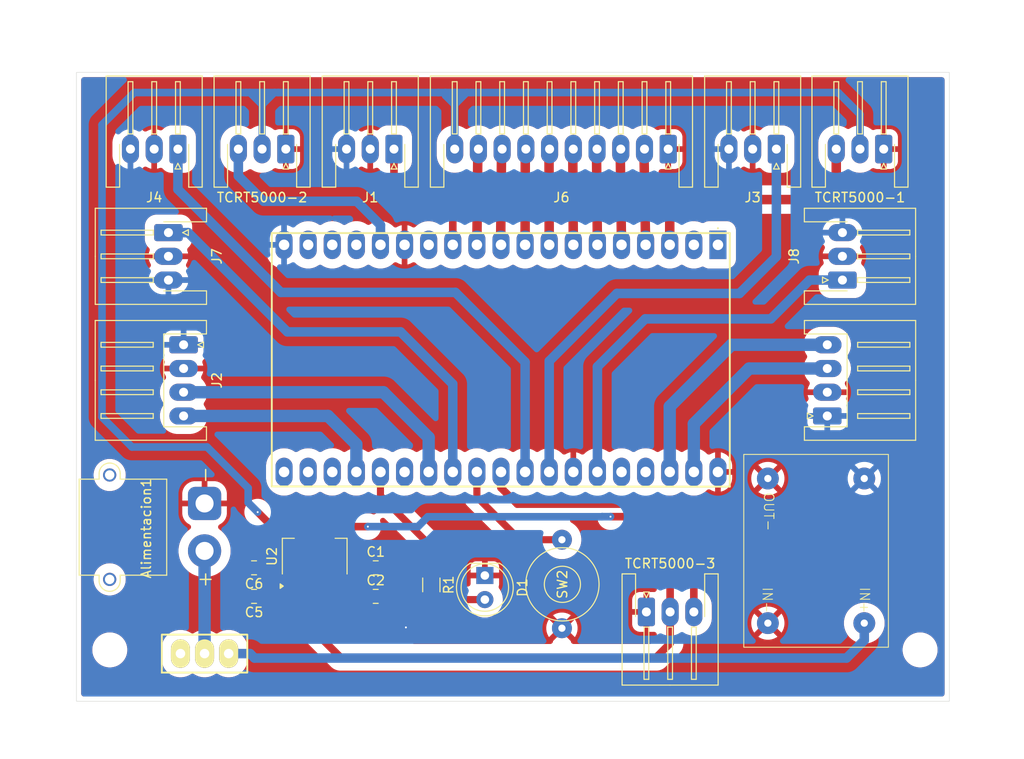
<source format=kicad_pcb>
(kicad_pcb (version 20241229) (generator "pcbnew") (generator_version "9.0")
  (layers (0 "F.Cu" signal) (2 "B.Cu" signal) (13 "F.Paste" user) (15 "B.Paste" user) (5 "F.SilkS" user "F.Silkscreen") (7 "B.SilkS" user "B.Silkscreen") (1 "F.Mask" user) (3 "B.Mask" user) (25 "Edge.Cuts" user))
  (net 0 "")
  (net 1 "+5V")
  (net 2 "INB2")
  (net 3 "INA2")
  (net 4 "INA1")
  (net 5 "INB1")
  (net 6 "D8")
  (net 8 "D3")
  (net 9 "D1")
  (net 12 "D7")
  (net 13 "D4")
  (net 14 "D6")
  (net 15 "SW")
  (net 16 "S4")
  (net 18 "S3")
  (net 19 "D2")
  (net 20 "D5")
  (net 21 "S2")
  (net 23 "LED")
  (net 30 "3v3")
  (net 32 "S1")
  (net 33 "7.4V")
  (net 34 "S5")
  (net 35 "T1")
  (net 36 "T2")
  (net 37 "T3")
  (net 38 "Net-(D1-A)")
  (net 39 "VIN")
  (net 40 "GND")
  (footprint "Capacitor_SMD:C_0805_2012Metric" (layer "F.Cu") (at 72.57 100.98 180)
    (property "Reference" "C6" (at 0 -1.68 0) (layer "F.SilkS"))
    (property "Value" "10uF")
    (pad "1" smd roundrect (at -0.95 0 180) (size 1 1.45) (layers "F.Cu" "F.Mask" "F.Paste") (net 30 "3v3"))
    (pad "2" smd roundrect (at 0.95 0 180) (size 1 1.45) (layers "F.Cu" "F.Mask" "F.Paste") (net 40 "GND"))
  )
  (footprint "MacroLib:Button" (layer "F.Cu") (at 105.01 102.72 -90)
    (property "Reference" "SW2" (at 0 -0.05 270) (layer "F.SilkS"))
    (property "Value" "BOTON")
    (pad "1" thru_hole circle (at -4.7 0 270) (size 2.1 2.1) (drill 0.762) (layers "*.Cu" "*.Mask") (net 15 "SW"))
    (pad "2" thru_hole circle (at 4.625 0 270) (size 2.1 2.1) (drill 0.762) (layers "*.Cu" "*.Mask") (net 40 "GND"))
  )
  (footprint "Connector_JST:JST_XH_S10B-XH-A-1_1x10_P2.50mm_Horizontal" (layer "F.Cu") (at 116.21 56.86 180)
    (property "Reference" "J6" (at 11.25 -5.1 0) (layer "F.SilkS"))
    (property "Value" "QTR8A")
    (pad "1" thru_hole roundrect (at 0 0 180) (size 1.8 3) (drill 0.95) (layers "*.Cu" "*.Mask") (roundrect_rratio 0.147059) (net 40 "GND"))
    (pad "3" thru_hole oval (at 2.5 0 180) (size 1.8 3) (drill 0.95) (layers "*.Cu" "*.Mask") (net 9 "D1"))
    (pad "4" thru_hole oval (at 5 0 180) (size 1.8 3) (drill 0.95) (layers "*.Cu" "*.Mask") (net 19 "D2"))
    (pad "5" thru_hole oval (at 7.5 0 180) (size 1.8 3) (drill 0.95) (layers "*.Cu" "*.Mask") (net 8 "D3"))
    (pad "6" thru_hole oval (at 10 0 180) (size 1.8 3) (drill 0.95) (layers "*.Cu" "*.Mask") (net 13 "D4"))
    (pad "7" thru_hole oval (at 12.5 0 180) (size 1.8 3) (drill 0.95) (layers "*.Cu" "*.Mask") (net 20 "D5"))
    (pad "8" thru_hole oval (at 15 0 180) (size 1.8 3) (drill 0.95) (layers "*.Cu" "*.Mask") (net 14 "D6"))
    (pad "9" thru_hole oval (at 17.5 0 180) (size 1.8 3) (drill 0.95) (layers "*.Cu" "*.Mask") (net 12 "D7"))
    (pad "10" thru_hole oval (at 20 0 180) (size 1.8 3) (drill 0.95) (layers "*.Cu" "*.Mask") (net 6 "D8"))
    (pad "11" thru_hole oval (at 22.5 0 180) (size 1.8 3) (drill 0.95) (layers "*.Cu" "*.Mask") (net 30 "3v3"))
  )
  (footprint "huellas Trejo:switch smd" (layer "F.Cu") (at 64.815 112.56 90)
    (property "Reference" "SW1" (hide yes))
    (property "Value" "SW_DPST_x2" (hide yes))
    (pad "1" thru_hole oval (at 2.54 5.08) (size 2 3) (drill 1) (layers "*.Cu" "*.Mask" "F.SilkS") (net 39 "VIN"))
    (pad "2" thru_hole oval (at 2.54 2.54) (size 2 3) (drill 1) (layers "*.Cu" "*.Mask" "F.SilkS") (net 33 "7.4V"))
    (pad "3" thru_hole oval (at 2.54 0) (size 2 3) (drill 1) (layers "*.Cu" "*.Mask" "F.SilkS"))
  )
  (footprint "Connector_JST:JST_XH_S3B-XH-A-1_1x03_P2.50mm_Horizontal" (layer "F.Cu") (at 64.546667 56.86 180)
    (property "Reference" "J4" (at 2.5 -5.1 180) (layer "F.SilkS"))
    (property "Value" "SHARP 3")
    (pad "1" thru_hole roundrect (at 0 0 180) (size 1.8 3) (drill 0.95) (layers "*.Cu" "*.Mask") (roundrect_rratio 0.147059) (net 18 "S3"))
    (pad "2" thru_hole oval (at 2.5 0 180) (size 1.8 3) (drill 0.95) (layers "*.Cu" "*.Mask") (net 40 "GND"))
    (pad "3" thru_hole oval (at 5 0 180) (size 1.8 3) (drill 0.95) (layers "*.Cu" "*.Mask") (net 1 "+5V"))
  )
  (footprint "Capacitor_SMD:C_0805_2012Metric" (layer "F.Cu") (at 85.39 103.99)
    (property "Reference" "C2" (at 0 -1.68 0) (layer "F.SilkS"))
    (property "Value" "100nF")
    (pad "1" smd roundrect (at -0.95 0) (size 1 1.45) (layers "F.Cu" "F.Mask" "F.Paste") (net 1 "+5V"))
    (pad "2" smd roundrect (at 0.95 0) (size 1 1.45) (layers "F.Cu" "F.Mask" "F.Paste") (net 40 "GND"))
  )
  (footprint "Connector_JST:JST_XH_S4B-XH-A_1x04_P2.50mm_Horizontal" (layer "F.Cu") (at 65.145 77.48 -90)
    (property "Reference" "J2" (at 3.75 -3.51 90) (layer "F.SilkS"))
    (property "Value" "BTS-1")
    (pad "1" thru_hole roundrect (at 0 0 270) (size 1.8 3) (drill 0.95) (layers "*.Cu" "*.Mask") (roundrect_rratio 0.147059) (net 1 "+5V"))
    (pad "2" thru_hole oval (at 2.5 0 270) (size 1.8 3) (drill 0.95) (layers "*.Cu" "*.Mask") (net 40 "GND"))
    (pad "3" thru_hole oval (at 5 0 270) (size 1.8 3) (drill 0.95) (layers "*.Cu" "*.Mask") (net 4 "INA1"))
    (pad "4" thru_hole oval (at 7.5 0 270) (size 1.8 3) (drill 0.95) (layers "*.Cu" "*.Mask") (net 5 "INB1"))
  )
  (footprint "Connector_JST:JST_XH_S3B-XH-A-1_1x03_P2.50mm_Horizontal" (layer "F.Cu") (at 113.91 105.63)
    (property "Reference" "TCRT5000-3" (at 2.5 -5.1 0) (layer "F.SilkS"))
    (property "Value" "~")
    (pad "1" thru_hole roundrect (at 0 0) (size 1.8 3) (drill 0.95) (layers "*.Cu" "*.Mask") (roundrect_rratio 0.147059) (net 40 "GND"))
    (pad "2" thru_hole oval (at 2.5 0) (size 1.8 3) (drill 0.95) (layers "*.Cu" "*.Mask") (net 30 "3v3"))
    (pad "3" thru_hole oval (at 5 0) (size 1.8 3) (drill 0.95) (layers "*.Cu" "*.Mask") (net 37 "T3"))
  )
  (footprint "MountingHole:MountingHole_3.2mm_M3_DIN965" (layer "F.Cu") (at 57.37 109.63)
    (property "Reference" "H1" (hide yes))
    (property "Value" "MountingHole" (hide yes))
    (pad "" np_thru_hole circle (at 0 0) (size 3.2 3.2) (drill 3.2) (layers "*.Cu" "*.Mask"))
  )
  (footprint "Package_TO_SOT_SMD:SOT-223-3_TabPin2" (layer "F.Cu") (at 78.96 99.78 90)
    (property "Reference" "U2" (at 0 -4.5 90) (layer "F.SilkS"))
    (property "Value" "AMS1117-3.3")
    (pad "1" smd roundrect (at -3.15 -2.3 90) (size 2 1.5) (layers "F.Cu" "F.Mask" "F.Paste") (net 40 "GND"))
    (pad "2" smd roundrect (at -3.15 0 90) (size 2 1.5) (layers "F.Cu" "F.Mask" "F.Paste") (net 30 "3v3"))
    (pad "2" smd roundrect (at 3.15 0 90) (size 2 3.8) (layers "F.Cu" "F.Mask" "F.Paste") (net 30 "3v3"))
    (pad "3" smd roundrect (at -3.15 2.3 90) (size 2 1.5) (layers "F.Cu" "F.Mask" "F.Paste") (net 1 "+5V"))
  )
  (footprint "Capacitor_SMD:C_0805_2012Metric" (layer "F.Cu") (at 85.39 100.98)
    (property "Reference" "C1" (at 0 -1.68 0) (layer "F.SilkS"))
    (property "Value" "10uF")
    (pad "1" smd roundrect (at -0.95 0) (size 1 1.45) (layers "F.Cu" "F.Mask" "F.Paste") (net 1 "+5V"))
    (pad "2" smd roundrect (at 0.95 0) (size 1 1.45) (layers "F.Cu" "F.Mask" "F.Paste") (net 40 "GND"))
  )
  (footprint "Libreria-T:STEPDOWN" (layer "F.Cu") (at 131.79 98.39)
    (property "Reference" "stepdown2" (hide yes))
    (property "Value" "~" (hide yes))
    (fp_text user "IN-" (at -5.72 4.55 270) (layer "F.SilkS") (effects (font (thickness 0.1)) (justify left bottom)))
    (fp_text user "IN+" (at 4.53 4.55 270) (layer "F.SilkS") (effects (font (thickness 0.1)) (justify left bottom)))
    (fp_text user "OUT-" (at -5.57 -5.425 270) (layer "F.SilkS") (effects (font (thickness 0.1)) (justify left bottom)))
    (pad "1" thru_hole circle (at -5.08 -6.82) (size 2.3 2.3) (drill 0.762) (layers "*.Cu" "*.Mask") (net 40 "GND"))
    (pad "2" thru_hole circle (at 5.08 -6.82) (size 2.3 2.3) (drill 0.762) (layers "*.Cu" "*.Mask") (net 1 "+5V"))
    (pad "3" thru_hole circle (at -5.08 8.42) (size 2.3 2.3) (drill 0.762) (layers "*.Cu" "*.Mask") (net 40 "GND"))
    (pad "4" thru_hole circle (at 5.08 8.42) (size 2.3 2.3) (drill 0.762) (layers "*.Cu" "*.Mask") (net 39 "VIN"))
  )
  (footprint "Capacitor_SMD:C_0805_2012Metric" (layer "F.Cu") (at 72.57 103.99 180)
    (property "Reference" "C5" (at 0 -1.68 0) (layer "F.SilkS"))
    (property "Value" "100nF")
    (pad "1" smd roundrect (at -0.95 0 180) (size 1 1.45) (layers "F.Cu" "F.Mask" "F.Paste") (net 30 "3v3"))
    (pad "2" smd roundrect (at 0.95 0 180) (size 1 1.45) (layers "F.Cu" "F.Mask" "F.Paste") (net 40 "GND"))
  )
  (footprint "Connector_JST:JST_XH_S3B-XH-A-1_1x03_P2.50mm_Horizontal" (layer "F.Cu") (at 138.916667 56.86 180)
    (property "Reference" "TCRT5000-1" (at 2.5 -5.1 180) (layer "F.SilkS"))
    (property "Value" "~")
    (pad "1" thru_hole roundrect (at 0 0 180) (size 1.8 3) (drill 0.95) (layers "*.Cu" "*.Mask") (roundrect_rratio 0.147059) (net 40 "GND"))
    (pad "2" thru_hole oval (at 2.5 0 180) (size 1.8 3) (drill 0.95) (layers "*.Cu" "*.Mask") (net 30 "3v3"))
    (pad "3" thru_hole oval (at 5 0 180) (size 1.8 3) (drill 0.95) (layers "*.Cu" "*.Mask") (net 35 "T1"))
  )
  (footprint "Connector_JST:JST_XH_S3B-XH-A-1_1x03_P2.50mm_Horizontal" (layer "F.Cu") (at 134.566667 70.66 90)
    (property "Reference" "J8" (at 2.5 -5.1 90) (layer "F.SilkS"))
    (property "Value" "SHARP4")
    (pad "1" thru_hole roundrect (at 0 0 90) (size 1.8 3) (drill 0.95) (layers "*.Cu" "*.Mask") (roundrect_rratio 0.147059) (net 16 "S4"))
    (pad "2" thru_hole oval (at 2.5 0 90) (size 1.8 3) (drill 0.95) (layers "*.Cu" "*.Mask") (net 40 "GND"))
    (pad "3" thru_hole oval (at 5 0 90) (size 1.8 3) (drill 0.95) (layers "*.Cu" "*.Mask") (net 1 "+5V"))
  )
  (footprint "Connector_JST:JST_XH_S3B-XH-A-1_1x03_P2.50mm_Horizontal" (layer "F.Cu") (at 127.606667 56.86 180)
    (property "Reference" "J3" (at 2.5 -5.1 180) (layer "F.SilkS"))
    (property "Value" "SHARP2")
    (pad "1" thru_hole roundrect (at 0 0 180) (size 1.8 3) (drill 0.95) (layers "*.Cu" "*.Mask") (roundrect_rratio 0.147059) (net 21 "S2"))
    (pad "2" thru_hole oval (at 2.5 0 180) (size 1.8 3) (drill 0.95) (layers "*.Cu" "*.Mask") (net 40 "GND"))
    (pad "3" thru_hole oval (at 5 0 180) (size 1.8 3) (drill 0.95) (layers "*.Cu" "*.Mask") (net 1 "+5V"))
  )
  (footprint "Connector_JST:JST_XH_S4B-XH-A_1x04_P2.50mm_Horizontal" (layer "F.Cu") (at 132.971667 84.98 90)
    (property "Reference" "J5" (hide yes))
    (property "Value" "BTS-2")
    (pad "1" thru_hole roundrect (at 0 0 90) (size 1.8 3) (drill 0.95) (layers "*.Cu" "*.Mask") (roundrect_rratio 0.147059) (net 1 "+5V"))
    (pad "2" thru_hole oval (at 2.5 0 90) (size 1.8 3) (drill 0.95) (layers "*.Cu" "*.Mask") (net 40 "GND"))
    (pad "3" thru_hole oval (at 5 0 90) (size 1.8 3) (drill 0.95) (layers "*.Cu" "*.Mask") (net 3 "INA2"))
    (pad "4" thru_hole oval (at 7.5 0 90) (size 1.8 3) (drill 0.95) (layers "*.Cu" "*.Mask") (net 2 "INB2"))
  )
  (footprint "Resistor_SMD:R_1206_3216Metric_Pad1.30x1.75mm_HandSolder" (layer "F.Cu") (at 91.25 102.78 -90)
    (property "Reference" "R1" (at 0 -1.83 270) (layer "F.SilkS"))
    (property "Value" "240")
    (pad "1" smd roundrect (at -1.55 0 270) (size 1.3 1.75) (layers "F.Cu" "F.Mask" "F.Paste") (roundrect_rratio 0.192308) (net 23 "LED"))
    (pad "2" smd roundrect (at 1.55 0 270) (size 1.3 1.75) (layers "F.Cu" "F.Mask" "F.Paste") (roundrect_rratio 0.192308) (net 38 "Net-(D1-A)"))
  )
  (footprint "Connector_JST:JST_XH_S3B-XH-A-1_1x03_P2.50mm_Horizontal" (layer "F.Cu") (at 63.55 65.66 -90)
    (property "Reference" "J7" (at 2.5 -5.1 270) (layer "F.SilkS"))
    (property "Value" "SHARP 5")
    (pad "1" thru_hole roundrect (at 0 0 270) (size 1.8 3) (drill 0.95) (layers "*.Cu" "*.Mask") (roundrect_rratio 0.147059) (net 34 "S5"))
    (pad "2" thru_hole oval (at 2.5 0 270) (size 1.8 3) (drill 0.95) (layers "*.Cu" "*.Mask") (net 40 "GND"))
    (pad "3" thru_hole oval (at 5 0 270) (size 1.8 3) (drill 0.95) (layers "*.Cu" "*.Mask") (net 1 "+5V"))
  )
  (footprint "Connector_AMASS:AMASS_XT30PW-M_1x02_P2.50mm_Horizontal" (layer "F.Cu") (at 67.355 94.2 90)
    (property "Reference" "Alimentacion1" (at -2.63 -6.145 90) (layer "F.SilkS"))
    (property "Value" "TB_1X2")
    (fp_text user "+" (at -8 0 90) (layer "F.SilkS") (effects (font (size 1.5 1.5))))
    (fp_text user "-" (at 3 0 90) (layer "F.SilkS") (effects (font (size 1.5 1.5))))
    (pad "" thru_hole circle (at -8 -10 90) (size 1.4 1.4) (drill 1) (layers "*.Cu" "*.Mask"))
    (pad "" thru_hole circle (at 3 -10 90) (size 1.4 1.4) (drill 1) (layers "*.Cu" "*.Mask"))
    (pad "1" thru_hole roundrect (at 0 0 90) (size 3.5 3.5) (drill 1.9) (layers "*.Cu" "*.Mask") (roundrect_rratio 0.22) (net 40 "GND"))
    (pad "2" thru_hole circle (at -5 0 90) (size 3.5 3.5) (drill 1.9) (layers "*.Cu" "*.Mask") (net 33 "7.4V"))
  )
  (footprint "Connector_JST:JST_XH_S3B-XH-A-1_1x03_P2.50mm_Horizontal" (layer "F.Cu") (at 75.916667 56.86 180)
    (property "Reference" "TCRT5000-2" (at 2.5 -5.1 180) (layer "F.SilkS"))
    (property "Value" "~" (hide yes))
    (pad "1" thru_hole roundrect (at 0 0 180) (size 1.8 3) (drill 0.95) (layers "*.Cu" "*.Mask") (roundrect_rratio 0.147059) (net 40 "GND"))
    (pad "2" thru_hole oval (at 2.5 0 180) (size 1.8 3) (drill 0.95) (layers "*.Cu" "*.Mask") (net 30 "3v3"))
    (pad "3" thru_hole oval (at 5 0 180) (size 1.8 3) (drill 0.95) (layers "*.Cu" "*.Mask") (net 36 "T2"))
  )
  (footprint "Connector_JST:JST_XH_S3B-XH-A-1_1x03_P2.50mm_Horizontal" (layer "F.Cu") (at 87.313334 56.86 180)
    (property "Reference" "J1" (at 2.5 -5.1 180) (layer "F.SilkS"))
    (property "Value" "SHARP 1")
    (pad "1" thru_hole roundrect (at 0 0 180) (size 1.8 3) (drill 0.95) (layers "*.Cu" "*.Mask") (roundrect_rratio 0.147059) (net 32 "S1"))
    (pad "2" thru_hole oval (at 2.5 0 180) (size 1.8 3) (drill 0.95) (layers "*.Cu" "*.Mask") (net 40 "GND"))
    (pad "3" thru_hole oval (at 5 0 180) (size 1.8 3) (drill 0.95) (layers "*.Cu" "*.Mask") (net 1 "+5V"))
  )
  (footprint "MountingHole:MountingHole_3.2mm_M3_DIN965" (layer "F.Cu") (at 142.75 109.63)
    (property "Reference" "H2" (hide yes))
    (property "Value" "MountingHole" (hide yes))
    (pad "" np_thru_hole circle (at 0 0) (size 3.2 3.2) (drill 3.2) (layers "*.Cu" "*.Mask"))
  )
  (footprint "LED_THT:LED_D5.0mm" (layer "F.Cu") (at 96.89 101.79 -90)
    (property "Reference" "D1" (at 1.27 -3.96 90) (layer "F.SilkS"))
    (property "Value" "LED")
    (pad "1" thru_hole rect (at 0 0 270) (size 1.8 1.8) (drill 0.9) (layers "*.Cu" "*.Mask") (net 40 "GND"))
    (pad "2" thru_hole circle (at 2.54 0 270) (size 1.8 1.8) (drill 0.9) (layers "*.Cu" "*.Mask") (net 38 "Net-(D1-A)"))
  )
  (footprint "huellas Trejo:esp32 38 pin usb-c" (layer "F.Cu") (at 101.76 80.72 -90)
    (property "Reference" "ESP32" (hide yes))
    (property "Value" "~" (hide yes))
    (pad "1" thru_hole rect (at -13.77 -19.69 270) (size 3 1.8) (drill 1.11) (layers "*.Cu" "*.Mask"))
    (pad "2" thru_hole oval (at -13.77 -17.15 270) (size 3 1.8) (drill 1.11) (layers "*.Cu" "*.Mask"))
    (pad "3" thru_hole oval (at -13.77 -14.61 270) (size 3 1.8) (drill 1.11) (layers "*.Cu" "*.Mask") (net 35 "T1"))
    (pad "4" thru_hole oval (at -13.77 -12.07 270) (size 3 1.8) (drill 1.11) (layers "*.Cu" "*.Mask") (net 9 "D1"))
    (pad "5" thru_hole oval (at -13.77 -9.53 270) (size 3 1.8) (drill 1.11) (layers "*.Cu" "*.Mask") (net 19 "D2"))
    (pad "6" thru_hole oval (at -13.77 -6.99 270) (size 3 1.8) (drill 1.11) (layers "*.Cu" "*.Mask") (net 8 "D3"))
    (pad "7" thru_hole oval (at -13.77 -4.45 270) (size 3 1.8) (drill 1.11) (layers "*.Cu" "*.Mask") (net 13 "D4"))
    (pad "8" thru_hole oval (at -13.77 -1.91 270) (size 3 1.8) (drill 1.11) (layers "*.Cu" "*.Mask") (net 20 "D5"))
    (pad "9" thru_hole oval (at -13.77 0.63 270) (size 3 1.8) (drill 1.11) (layers "*.Cu" "*.Mask") (net 14 "D6"))
    (pad "10" thru_hole oval (at -13.77 3.17 270) (size 3 1.8) (drill 1.11) (layers "*.Cu" "*.Mask") (net 12 "D7"))
    (pad "11" thru_hole oval (at -13.77 5.71 270) (size 3 1.8) (drill 1.11) (layers "*.Cu" "*.Mask") (net 6 "D8"))
    (pad "12" thru_hole oval (at -13.77 8.25 270) (size 3 1.8) (drill 1.11) (layers "*.Cu" "*.Mask") (net 32 "S1"))
    (pad "13" thru_hole oval (at -13.77 10.79 270) (size 3 1.8) (drill 1.11) (layers "*.Cu" "*.Mask"))
    (pad "14" thru_hole oval (at -13.77 13.33 270) (size 3 1.8) (drill 1.11) (layers "*.Cu" "*.Mask") (net 40 "GND"))
    (pad "15" thru_hole oval (at -13.77 15.87 270) (size 3 1.8) (drill 1.11) (layers "*.Cu" "*.Mask") (net 36 "T2"))
    (pad "16" thru_hole oval (at -13.77 18.41 270) (size 3 1.8) (drill 1.11) (layers "*.Cu" "*.Mask"))
    (pad "17" thru_hole oval (at -13.77 20.95 270) (size 3 1.8) (drill 1.11) (layers "*.Cu" "*.Mask"))
    (pad "18" thru_hole oval (at -13.77 23.49 270) (size 3 1.8) (drill 1.11) (layers "*.Cu" "*.Mask"))
    (pad "19" thru_hole oval (at -13.77 26.03 270) (size 3 1.8) (drill 1.11) (layers "*.Cu" "*.Mask") (net 1 "+5V"))
    (pad "20" thru_hole oval (at 10.16 26.03 270) (size 3 1.8) (drill 1.11) (layers "*.Cu" "*.Mask"))
    (pad "21" thru_hole oval (at 10.16 23.49 270) (size 3 1.8) (drill 1.11) (layers "*.Cu" "*.Mask"))
    (pad "22" thru_hole oval (at 10.16 20.95 270) (size 3 1.8) (drill 1.11) (layers "*.Cu" "*.Mask"))
    (pad "23" thru_hole oval (at 10.16 18.41 270) (size 3 1.8) (drill 1.11) (layers "*.Cu" "*.Mask") (net 5 "INB1"))
    (pad "24" thru_hole oval (at 10.16 15.87 270) (size 3 1.8) (drill 1.11) (layers "*.Cu" "*.Mask") (net 23 "LED"))
    (pad "25" thru_hole oval (at 10.16 13.33 270) (size 3 1.8) (drill 1.11) (layers "*.Cu" "*.Mask"))
    (pad "26" thru_hole oval (at 10.16 10.79 270) (size 3 1.8) (drill 1.11) (layers "*.Cu" "*.Mask") (net 4 "INA1"))
    (pad "27" thru_hole oval (at 10.16 8.25 270) (size 3 1.8) (drill 1.11) (layers "*.Cu" "*.Mask") (net 34 "S5"))
    (pad "28" thru_hole oval (at 10.16 5.71 270) (size 3 1.8) (drill 1.11) (layers "*.Cu" "*.Mask") (net 15 "SW"))
    (pad "29" thru_hole oval (at 10.16 3.17 270) (size 3 1.8) (drill 1.11) (layers "*.Cu" "*.Mask") (net 37 "T3"))
    (pad "30" thru_hole oval (at 10.16 0.63 270) (size 3 1.8) (drill 1.11) (layers "*.Cu" "*.Mask") (net 18 "S3"))
    (pad "31" thru_hole oval (at 10.16 -1.91 270) (size 3 1.8) (drill 1.11) (layers "*.Cu" "*.Mask") (net 21 "S2"))
    (pad "32" thru_hole oval (at 10.16 -4.45 270) (size 3 1.8) (drill 1.11) (layers "*.Cu" "*.Mask") (net 40 "GND"))
    (pad "33" thru_hole oval (at 10.16 -6.99 270) (size 3 1.8) (drill 1.11) (layers "*.Cu" "*.Mask") (net 16 "S4"))
    (pad "34" thru_hole oval (at 10.16 -9.53 270) (size 3 1.8) (drill 1.11) (layers "*.Cu" "*.Mask"))
    (pad "35" thru_hole oval (at 10.16 -12.07 270) (size 3 1.8) (drill 1.11) (layers "*.Cu" "*.Mask"))
    (pad "36" thru_hole oval (at 10.16 -14.61 270) (size 3 1.8) (drill 1.11) (layers "*.Cu" "*.Mask") (net 2 "INB2"))
    (pad "37" thru_hole oval (at 10.16 -17.15 270) (size 3 1.8) (drill 1.11) (layers "*.Cu" "*.Mask") (net 3 "INA2"))
    (pad "38" thru_hole oval (at 10.16 -19.69 270) (size 3 1.8) (drill 1.11) (layers "*.Cu" "*.Mask") (net 40 "GND"))
  )
  (gr_rect (start 53.855 48.78) (end 145.835 115.04) (stroke (width 0.05)) (fill no) (layer "Edge.Cuts"))
  (segment (start 84.44 103.99) (end 84.44 100.98) (width 0.75) (layer "F.Cu") (net 1))
  (segment (start 84.44 103.99) (end 82.32 103.99) (width 0.75) (layer "F.Cu") (net 1))
  (segment (start 83.09 107.26) (end 88.57 107.26) (width 0.8) (layer "F.Cu") (net 1))
  (segment (start 82.32 103.99) (end 81.26 102.93) (width 0.75) (layer "F.Cu") (net 1))
  (segment (start 81.26 105.43) (end 83.09 107.26) (width 0.8) (layer "F.Cu") (net 1))
  (segment (start 81.26 102.93) (end 81.26 105.43) (width 0.8) (layer "F.Cu") (net 1))
  (via (at 88.57 107.26) (size 0.508) (drill 0.2032) (layers "F.Cu" "B.Cu") (net 1))
  (segment (start 116.37 90.88) (end 116.37 83.99) (width 1.3) (layer "B.Cu") (net 2))
  (segment (start 132.971667 77.48) (end 122.88 77.48) (width 1.3) (layer "B.Cu") (net 2))
  (segment (start 116.37 83.99) (end 122.88 77.48) (width 1.3) (layer "B.Cu") (net 2))
  (segment (start 118.91 90.88) (end 118.91 85.81) (width 1.3) (layer "B.Cu") (net 3))
  (segment (start 118.91 85.81) (end 124.74 79.98) (width 1.3) (layer "B.Cu") (net 3))
  (segment (start 124.74 79.98) (end 132.971667 79.98) (width 1.3) (layer "B.Cu") (net 3))
  (segment (start 90.97 90.88) (end 90.97 87.25) (width 1.3) (layer "B.Cu") (net 4))
  (segment (start 90.97 87.25) (end 86.2 82.48) (width 1.3) (layer "B.Cu") (net 4))
  (segment (start 86.2 82.48) (end 65.145 82.48) (width 1.3) (layer "B.Cu") (net 4))
  (segment (start 80.36 84.98) (end 65.145 84.98) (width 1.3) (layer "B.Cu") (net 5))
  (segment (start 83.35 90.88) (end 83.35 87.97) (width 1.3) (layer "B.Cu") (net 5))
  (segment (start 83.35 87.97) (end 80.36 84.98) (width 1.3) (layer "B.Cu") (net 5))
  (segment (start 96.05 66.95) (end 96.15 56.86) (width 1) (layer "F.Cu") (net 6))
  (segment (start 108.75 66.95) (end 108.65 56.86) (width 1) (layer "F.Cu") (net 8))
  (segment (start 113.83 66.95) (end 113.65 56.86) (width 1) (layer "F.Cu") (net 9))
  (segment (start 98.65 56.86) (end 98.55 66.91) (width 1) (layer "F.Cu") (net 12))
  (segment (start 98.55 66.91) (end 98.59 66.95) (width 1) (layer "F.Cu") (net 12))
  (segment (start 106.21 66.95) (end 106.15 56.86) (width 1) (layer "F.Cu") (net 13))
  (segment (start 101.13 66.95) (end 101.15 56.86) (width 1) (layer "F.Cu") (net 14))
  (segment (start 96.05 90.88) (end 96.05 93.52) (width 0.75) (layer "F.Cu") (net 15))
  (segment (start 96.05 93.52) (end 100.55 98.02) (width 0.75) (layer "F.Cu") (net 15))
  (segment (start 100.55 98.02) (end 105.01 98.02) (width 0.75) (layer "F.Cu") (net 15))
  (segment (start 108.75 79.79) (end 113.79 74.75) (width 1) (layer "B.Cu") (net 16))
  (segment (start 108.75 90.88) (end 108.75 79.79) (width 1) (layer "B.Cu") (net 16))
  (segment (start 127.02 74.75) (end 131.11 70.66) (width 1) (layer "B.Cu") (net 16))
  (segment (start 131.11 70.66) (end 134.566667 70.66) (width 1) (layer "B.Cu") (net 16))
  (segment (start 113.79 74.75) (end 127.02 74.75) (width 1) (layer "B.Cu") (net 16))
  (segment (start 75.4 71.96) (end 93.79 71.96) (width 1) (layer "B.Cu") (net 18))
  (segment (start 64.546667 61.106667) (end 75.4 71.96) (width 1) (layer "B.Cu") (net 18))
  (segment (start 93.79 71.96) (end 101.13 79.3) (width 1) (layer "B.Cu") (net 18))
  (segment (start 64.546667 56.86) (end 64.546667 61.106667) (width 1) (layer "B.Cu") (net 18))
  (segment (start 101.13 79.3) (end 101.13 90.88) (width 1) (layer "B.Cu") (net 18))
  (segment (start 111.29 66.95) (end 111.15 56.86) (width 1) (layer "F.Cu") (net 19))
  (segment (start 103.67 66.95) (end 103.65 56.86) (width 1) (layer "F.Cu") (net 20))
  (segment (start 103.67 90.88) (end 103.67 79.2) (width 1) (layer "B.Cu") (net 21))
  (segment (start 127.606667 68.183333) (end 127.606667 56.86) (width 1) (layer "B.Cu") (net 21))
  (segment (start 103.67 79.2) (end 110.8 72.07) (width 1) (layer "B.Cu") (net 21))
  (segment (start 110.8 72.07) (end 123.72 72.07) (width 1) (layer "B.Cu") (net 21))
  (segment (start 123.72 72.07) (end 127.606667 68.183333) (width 1) (layer "B.Cu") (net 21))
  (segment (start 91.25 101.23) (end 91.25 98.75) (width 0.75) (layer "F.Cu") (net 23))
  (segment (start 91.25 98.75) (end 85.89 93.39) (width 0.75) (layer "F.Cu") (net 23))
  (segment (start 85.89 93.39) (end 85.89 90.88) (width 0.75) (layer "F.Cu") (net 23))
  (segment (start 112.81 95.59) (end 116.41 99.19) (width 0.8) (layer "F.Cu") (net 30))
  (segment (start 73.52 105.14) (end 73.52 103.99) (width 0.75) (layer "F.Cu") (net 30))
  (segment (start 74.63 106.25) (end 73.52 105.14) (width 0.75) (layer "F.Cu") (net 30))
  (segment (start 116.41 99.19) (end 116.41 105.63) (width 0.8) (layer "F.Cu") (net 30))
  (segment (start 116.41 105.63) (end 116.41 108.95) (width 0.8) (layer "F.Cu") (net 30))
  (segment (start 78.97 96.64) (end 78.96 96.63) (width 0.8) (layer "F.Cu") (net 30))
  (segment (start 81.67 110.41) (end 78.96 107.7) (width 0.8) (layer "F.Cu") (net 30))
  (segment (start 114.95 110.41) (end 81.67 110.41) (width 0.8) (layer "F.Cu") (net 30))
  (segment (start 110.13 95.59) (end 112.81 95.59) (width 0.8) (layer "F.Cu") (net 30))
  (segment (start 74.47 96.63) (end 72.95 95.11) (width 0.8) (layer "F.Cu") (net 30))
  (segment (start 84.56 96.64) (end 78.97 96.64) (width 0.8) (layer "F.Cu") (net 30))
  (segment (start 78.96 107.7) (end 78.96 105.58) (width 0.8) (layer "F.Cu") (net 30))
  (segment (start 116.41 108.95) (end 114.95 110.41) (width 0.8) (layer "F.Cu") (net 30))
  (segment (start 78.96 96.63) (end 74.47 96.63) (width 0.8) (layer "F.Cu") (net 30))
  (segment (start 78.96 102.93) (end 78.96 105.58) (width 0.8) (layer "F.Cu") (net 30))
  (segment (start 73.52 103.99) (end 73.52 100.98) (width 0.75) (layer "F.Cu") (net 30))
  (segment (start 78.96 106.21) (end 74.63 106.25) (width 0.75) (layer "F.Cu") (net 30))
  (via (at 84.56 96.64) (size 0.508) (drill 0.2032) (layers "F.Cu" "B.Cu") (net 30))
  (via (at 72.95 95.11) (size 0.508) (drill 0.2032) (layers "F.Cu" "B.Cu") (net 30))
  (via (at 110.13 95.59) (size 0.508) (drill 0.2032) (layers "F.Cu" "B.Cu") (net 30))
  (segment (start 136.416667 53.196667) (end 134.12 50.9) (width 0.8) (layer "B.Cu") (net 30))
  (segment (start 59.95 50.9) (end 71.73 50.9) (width 0.8) (layer "B.Cu") (net 30))
  (segment (start 95 50.9) (end 95.41 50.9) (width 0.8) (layer "B.Cu") (net 30))
  (segment (start 59.7 88.25) (end 56.55 85.1) (width 0.8) (layer "B.Cu") (net 30))
  (segment (start 93.71 50.9) (end 95 50.9) (width 0.8) (layer "B.Cu") (net 30))
  (segment (start 73.416667 52.39) (end 73.416667 52.206667) (width 0.75) (layer "B.Cu") (net 30))
  (segment (start 71.95 92.58) (end 67.62 88.25) (width 0.8) (layer "B.Cu") (net 30))
  (segment (start 67.62 88.25) (end 59.7 88.25) (width 0.8) (layer "B.Cu") (net 30))
  (segment (start 89.84 96.64) (end 90.88 95.6) (width 0.8) (layer "B.Cu") (net 30))
  (segment (start 73.416667 52.39) (end 73.416667 50.906667) (width 0.75) (layer "B.Cu") (net 30))
  (segment (start 95.41 50.9) (end 134.12 50.9) (width 0.8) (layer "B.Cu") (net 30))
  (segment (start 136.416667 56.86) (end 136.416667 53.196667) (width 0.8) (layer "B.Cu") (net 30))
  (segment (start 73.416667 52.206667) (end 73.423333 52.206667) (width 0.75) (layer "B.Cu") (net 30))
  (segment (start 71.95 94.11) (end 71.95 92.58) (width 0.8) (layer "B.Cu") (net 30))
  (segment (start 74.73 50.9) (end 75.12 50.9) (width 0.8) (layer "B.Cu") (net 30))
  (segment (start 56.55 54.3) (end 59.95 50.9) (width 0.8) (layer "B.Cu") (net 30))
  (segment (start 93.71 56.86) (end 93.71 52.87) (width 0.8) (layer "B.Cu") (net 30))
  (segment (start 72.11 50.9) (end 73.41 50.9) (width 0.8) (layer "B.Cu") (net 30))
  (segment (start 93.71 52.21) (end 93.71 52.19) (width 0.75) (layer "B.Cu") (net 30))
  (segment (start 90.88 95.6) (end 109.24 95.6) (width 0.8) (layer "B.Cu") (net 30))
  (segment (start 109.24 95.6) (end 109.25 95.59) (width 0.8) (layer "B.Cu") (net 30))
  (segment (start 71.73 50.9) (end 72.11 50.9) (width 0.8) (layer "B.Cu") (net 30))
  (segment (start 91.99 50.9) (end 92.73 50.9) (width 0.8) (layer "B.Cu") (net 30))
  (segment (start 92.73 50.9) (end 92.73 51.23) (width 0.75) (layer "B.Cu") (net 30))
  (segment (start 73.416667 52.206667) (end 72.11 50.9) (width 0.75) (layer "B.Cu") (net 30))
  (segment (start 73.423333 52.206667) (end 74.73 50.9) (width 0.75) (layer "B.Cu") (net 30))
  (segment (start 56.55 85.1) (end 56.55 54.3) (width 0.8) (layer "B.Cu") (net 30))
  (segment (start 73.416667 56.86) (end 73.416667 52.39) (width 0.75) (layer "B.Cu") (net 30))
  (segment (start 75.12 50.9) (end 91.99 50.9) (width 0.8) (layer "B.Cu") (net 30))
  (segment (start 72.95 95.11) (end 71.95 94.11) (width 0.8) (layer "B.Cu") (net 30))
  (segment (start 109.25 95.59) (end 110.13 95.59) (width 0.8) (layer "B.Cu") (net 30))
  (segment (start 93.71 52.19) (end 95 50.9) (width 0.75) (layer "B.Cu") (net 30))
  (segment (start 93.71 52.87) (end 93.71 52.21) (width 0.8) (layer "B.Cu") (net 30))
  (segment (start 93.71 52.21) (end 93.71 50.9) (width 0.8) (layer "B.Cu") (net 30))
  (segment (start 73.41 50.9) (end 74.73 50.9) (width 0.8) (layer "B.Cu") (net 30))
  (segment (start 84.56 96.64) (end 89.84 96.64) (width 0.8) (layer "B.Cu") (net 30))
  (segment (start 92.73 51.23) (end 93.71 52.21) (width 0.75) (layer "B.Cu") (net 30))
  (segment (start 92.73 50.9) (end 93.71 50.9) (width 0.8) (layer "B.Cu") (net 30))
  (segment (start 73.416667 50.906667) (end 73.41 50.9) (width 0.75) (layer "B.Cu") (net 30))
  (segment (start 89.23 62.07) (end 87.313334 60.153334) (width 0.8) (layer "F.Cu") (net 32))
  (segment (start 87.313334 60.153334) (end 87.313334 56.86) (width 0.8) (layer "F.Cu") (net 32))
  (segment (start 91.99 62.07) (end 89.23 62.07) (width 0.8) (layer "F.Cu") (net 32))
  (segment (start 93.51 66.95) (end 93.51 63.59) (width 0.8) (layer "F.Cu") (net 32))
  (segment (start 93.51 63.59) (end 91.99 62.07) (width 0.8) (layer "F.Cu") (net 32))
  (segment (start 67.355 99.2) (end 67.355 110.02) (width 1.3) (layer "B.Cu") (net 33))
  (segment (start 63.55 65.66) (end 65.62 65.66) (width 1) (layer "B.Cu") (net 34))
  (segment (start 76.08 76.12) (end 88.01 76.12) (width 1) (layer "B.Cu") (net 34))
  (segment (start 93.51 81.62) (end 93.51 90.88) (width 1) (layer "B.Cu") (net 34))
  (segment (start 88.01 76.12) (end 93.51 81.62) (width 1) (layer "B.Cu") (net 34))
  (segment (start 65.62 65.66) (end 76.08 76.12) (width 1) (layer "B.Cu") (net 34))
  (segment (start 131.71 62.18) (end 133.916667 59.973333) (width 1) (layer "F.Cu") (net 35))
  (segment (start 116.37 66.95) (end 116.37 64.02) (width 1) (layer "F.Cu") (net 35))
  (segment (start 133.916667 59.973333) (end 133.916667 56.86) (width 1) (layer "F.Cu") (net 35))
  (segment (start 116.37 64.02) (end 118.21 62.18) (width 1) (layer "F.Cu") (net 35))
  (segment (start 118.21 62.18) (end 131.71 62.18) (width 1) (layer "F.Cu") (net 35))
  (segment (start 73.59 62.36) (end 83.39 62.36) (width 1) (layer "B.Cu") (net 36))
  (segment (start 83.39 62.36) (end 85.89 64.86) (width 1) (layer "B.Cu") (net 36))
  (segment (start 70.916667 59.686667) (end 73.59 62.36) (width 1) (layer "B.Cu") (net 36))
  (segment (start 70.916667 56.86) (end 70.916667 59.686667) (width 1) (layer "B.Cu") (net 36))
  (segment (start 85.89 64.86) (end 85.89 66.95) (width 1) (layer "B.Cu") (net 36))
  (segment (start 100.31 94.27) (end 114.33 94.27) (width 0.8) (layer "F.Cu") (net 37))
  (segment (start 98.59 90.88) (end 98.59 92.55) (width 0.8) (layer "F.Cu") (net 37))
  (segment (start 98.59 92.55) (end 100.31 94.27) (width 0.8) (layer "F.Cu") (net 37))
  (segment (start 118.91 98.85) (end 118.91 105.63) (width 0.8) (layer "F.Cu") (net 37))
  (segment (start 114.33 94.27) (end 118.91 98.85) (width 0.8) (layer "F.Cu") (net 37))
  (segment (start 91.25 104.33) (end 96.89 104.33) (width 0.75) (layer "F.Cu") (net 38))
  (segment (start 72.149 110.02) (end 69.895 110.02) (width 1) (layer "B.Cu") (net 39))
  (segment (start 134.999 110.491) (end 136.87 108.62) (width 1) (layer "B.Cu") (net 39))
  (segment (start 72.62 110.491) (end 134.999 110.491) (width 1) (layer "B.Cu") (net 39))
  (segment (start 72.62 110.491) (end 72.149 110.02) (width 1) (layer "B.Cu") (net 39))
  (segment (start 136.87 108.62) (end 136.87 106.81) (width 1) (layer "B.Cu") (net 39))
  (segment (start 69.895 110.02) (end 70.366 110.491) (width 1) (layer "B.Cu") (net 39))
  (zone (net 40) (net_name "GND") (layer "F.Cu") (priority 1) (connect_pads (clearance 1)) (min_thickness 0.6) (fill yes (thermal_gap 0.6) (thermal_bridge_width 0.6))
    (polygon (pts (xy 47.82 43.8) (xy 47.82 118.98) (xy 149.7 118.98) (xy 149.7 43.8)))
  )
  (zone (net 1) (net_name "+5V") (layer "B.Cu") (connect_pads (clearance 1)) (min_thickness 0.6) (fill yes (thermal_gap 0.6) (thermal_bridge_width 0.6) (island_removal_mode 2) (island_area_min 10))
    (polygon (pts (xy 45.8 41.15) (xy 45.8 121.13) (xy 153.72 121.13) (xy 153.72 41.15)))
  )
)
</source>
